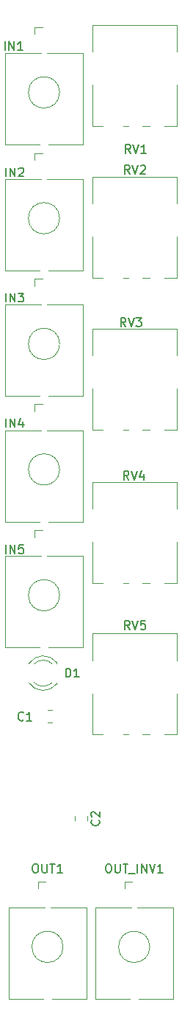
<source format=gbr>
%TF.GenerationSoftware,KiCad,Pcbnew,6.0.11+dfsg-1~bpo11+1*%
%TF.CreationDate,2023-11-22T17:04:06+08:00*%
%TF.ProjectId,MiniAttenuMix - Main,4d696e69-4174-4746-956e-754d6978202d,v0.2*%
%TF.SameCoordinates,Original*%
%TF.FileFunction,Legend,Top*%
%TF.FilePolarity,Positive*%
%FSLAX46Y46*%
G04 Gerber Fmt 4.6, Leading zero omitted, Abs format (unit mm)*
G04 Created by KiCad (PCBNEW 6.0.11+dfsg-1~bpo11+1) date 2023-11-22 17:04:06*
%MOMM*%
%LPD*%
G01*
G04 APERTURE LIST*
%ADD10C,0.150000*%
%ADD11C,0.120000*%
G04 APERTURE END LIST*
D10*
%TO.C,RV4*%
X154379761Y-90377380D02*
X154046428Y-89901190D01*
X153808333Y-90377380D02*
X153808333Y-89377380D01*
X154189285Y-89377380D01*
X154284523Y-89425000D01*
X154332142Y-89472619D01*
X154379761Y-89567857D01*
X154379761Y-89710714D01*
X154332142Y-89805952D01*
X154284523Y-89853571D01*
X154189285Y-89901190D01*
X153808333Y-89901190D01*
X154665476Y-89377380D02*
X154998809Y-90377380D01*
X155332142Y-89377380D01*
X156094047Y-89710714D02*
X156094047Y-90377380D01*
X155855952Y-89329761D02*
X155617857Y-90044047D01*
X156236904Y-90044047D01*
%TO.C,OUT_INV1*%
X151952380Y-134502380D02*
X152142857Y-134502380D01*
X152238095Y-134550000D01*
X152333333Y-134645238D01*
X152380952Y-134835714D01*
X152380952Y-135169047D01*
X152333333Y-135359523D01*
X152238095Y-135454761D01*
X152142857Y-135502380D01*
X151952380Y-135502380D01*
X151857142Y-135454761D01*
X151761904Y-135359523D01*
X151714285Y-135169047D01*
X151714285Y-134835714D01*
X151761904Y-134645238D01*
X151857142Y-134550000D01*
X151952380Y-134502380D01*
X152809523Y-134502380D02*
X152809523Y-135311904D01*
X152857142Y-135407142D01*
X152904761Y-135454761D01*
X153000000Y-135502380D01*
X153190476Y-135502380D01*
X153285714Y-135454761D01*
X153333333Y-135407142D01*
X153380952Y-135311904D01*
X153380952Y-134502380D01*
X153714285Y-134502380D02*
X154285714Y-134502380D01*
X154000000Y-135502380D02*
X154000000Y-134502380D01*
X154380952Y-135597619D02*
X155142857Y-135597619D01*
X155380952Y-135502380D02*
X155380952Y-134502380D01*
X155857142Y-135502380D02*
X155857142Y-134502380D01*
X156428571Y-135502380D01*
X156428571Y-134502380D01*
X156761904Y-134502380D02*
X157095238Y-135502380D01*
X157428571Y-134502380D01*
X158285714Y-135502380D02*
X157714285Y-135502380D01*
X158000000Y-135502380D02*
X158000000Y-134502380D01*
X157904761Y-134645238D01*
X157809523Y-134740476D01*
X157714285Y-134788095D01*
%TO.C,D1*%
X147111904Y-113052380D02*
X147111904Y-112052380D01*
X147350000Y-112052380D01*
X147492857Y-112100000D01*
X147588095Y-112195238D01*
X147635714Y-112290476D01*
X147683333Y-112480952D01*
X147683333Y-112623809D01*
X147635714Y-112814285D01*
X147588095Y-112909523D01*
X147492857Y-113004761D01*
X147350000Y-113052380D01*
X147111904Y-113052380D01*
X148635714Y-113052380D02*
X148064285Y-113052380D01*
X148350000Y-113052380D02*
X148350000Y-112052380D01*
X148254761Y-112195238D01*
X148159523Y-112290476D01*
X148064285Y-112338095D01*
%TO.C,IN2*%
X140200000Y-55552380D02*
X140200000Y-54552380D01*
X140676190Y-55552380D02*
X140676190Y-54552380D01*
X141247619Y-55552380D01*
X141247619Y-54552380D01*
X141676190Y-54647619D02*
X141723809Y-54600000D01*
X141819047Y-54552380D01*
X142057142Y-54552380D01*
X142152380Y-54600000D01*
X142200000Y-54647619D01*
X142247619Y-54742857D01*
X142247619Y-54838095D01*
X142200000Y-54980952D01*
X141628571Y-55552380D01*
X142247619Y-55552380D01*
%TO.C,C1*%
X142233333Y-117957142D02*
X142185714Y-118004761D01*
X142042857Y-118052380D01*
X141947619Y-118052380D01*
X141804761Y-118004761D01*
X141709523Y-117909523D01*
X141661904Y-117814285D01*
X141614285Y-117623809D01*
X141614285Y-117480952D01*
X141661904Y-117290476D01*
X141709523Y-117195238D01*
X141804761Y-117100000D01*
X141947619Y-117052380D01*
X142042857Y-117052380D01*
X142185714Y-117100000D01*
X142233333Y-117147619D01*
X143185714Y-118052380D02*
X142614285Y-118052380D01*
X142900000Y-118052380D02*
X142900000Y-117052380D01*
X142804761Y-117195238D01*
X142709523Y-117290476D01*
X142614285Y-117338095D01*
%TO.C,RV1*%
X154579761Y-52877380D02*
X154246428Y-52401190D01*
X154008333Y-52877380D02*
X154008333Y-51877380D01*
X154389285Y-51877380D01*
X154484523Y-51925000D01*
X154532142Y-51972619D01*
X154579761Y-52067857D01*
X154579761Y-52210714D01*
X154532142Y-52305952D01*
X154484523Y-52353571D01*
X154389285Y-52401190D01*
X154008333Y-52401190D01*
X154865476Y-51877380D02*
X155198809Y-52877380D01*
X155532142Y-51877380D01*
X156389285Y-52877380D02*
X155817857Y-52877380D01*
X156103571Y-52877380D02*
X156103571Y-51877380D01*
X156008333Y-52020238D01*
X155913095Y-52115476D01*
X155817857Y-52163095D01*
%TO.C,RV3*%
X154029761Y-72777380D02*
X153696428Y-72301190D01*
X153458333Y-72777380D02*
X153458333Y-71777380D01*
X153839285Y-71777380D01*
X153934523Y-71825000D01*
X153982142Y-71872619D01*
X154029761Y-71967857D01*
X154029761Y-72110714D01*
X153982142Y-72205952D01*
X153934523Y-72253571D01*
X153839285Y-72301190D01*
X153458333Y-72301190D01*
X154315476Y-71777380D02*
X154648809Y-72777380D01*
X154982142Y-71777380D01*
X155220238Y-71777380D02*
X155839285Y-71777380D01*
X155505952Y-72158333D01*
X155648809Y-72158333D01*
X155744047Y-72205952D01*
X155791666Y-72253571D01*
X155839285Y-72348809D01*
X155839285Y-72586904D01*
X155791666Y-72682142D01*
X155744047Y-72729761D01*
X155648809Y-72777380D01*
X155363095Y-72777380D01*
X155267857Y-72729761D01*
X155220238Y-72682142D01*
%TO.C,C2*%
X150937142Y-129466666D02*
X150984761Y-129514285D01*
X151032380Y-129657142D01*
X151032380Y-129752380D01*
X150984761Y-129895238D01*
X150889523Y-129990476D01*
X150794285Y-130038095D01*
X150603809Y-130085714D01*
X150460952Y-130085714D01*
X150270476Y-130038095D01*
X150175238Y-129990476D01*
X150080000Y-129895238D01*
X150032380Y-129752380D01*
X150032380Y-129657142D01*
X150080000Y-129514285D01*
X150127619Y-129466666D01*
X150127619Y-129085714D02*
X150080000Y-129038095D01*
X150032380Y-128942857D01*
X150032380Y-128704761D01*
X150080000Y-128609523D01*
X150127619Y-128561904D01*
X150222857Y-128514285D01*
X150318095Y-128514285D01*
X150460952Y-128561904D01*
X151032380Y-129133333D01*
X151032380Y-128514285D01*
%TO.C,RV2*%
X154504761Y-55277380D02*
X154171428Y-54801190D01*
X153933333Y-55277380D02*
X153933333Y-54277380D01*
X154314285Y-54277380D01*
X154409523Y-54325000D01*
X154457142Y-54372619D01*
X154504761Y-54467857D01*
X154504761Y-54610714D01*
X154457142Y-54705952D01*
X154409523Y-54753571D01*
X154314285Y-54801190D01*
X153933333Y-54801190D01*
X154790476Y-54277380D02*
X155123809Y-55277380D01*
X155457142Y-54277380D01*
X155742857Y-54372619D02*
X155790476Y-54325000D01*
X155885714Y-54277380D01*
X156123809Y-54277380D01*
X156219047Y-54325000D01*
X156266666Y-54372619D01*
X156314285Y-54467857D01*
X156314285Y-54563095D01*
X156266666Y-54705952D01*
X155695238Y-55277380D01*
X156314285Y-55277380D01*
%TO.C,OUT1*%
X143523809Y-134502380D02*
X143714285Y-134502380D01*
X143809523Y-134550000D01*
X143904761Y-134645238D01*
X143952380Y-134835714D01*
X143952380Y-135169047D01*
X143904761Y-135359523D01*
X143809523Y-135454761D01*
X143714285Y-135502380D01*
X143523809Y-135502380D01*
X143428571Y-135454761D01*
X143333333Y-135359523D01*
X143285714Y-135169047D01*
X143285714Y-134835714D01*
X143333333Y-134645238D01*
X143428571Y-134550000D01*
X143523809Y-134502380D01*
X144380952Y-134502380D02*
X144380952Y-135311904D01*
X144428571Y-135407142D01*
X144476190Y-135454761D01*
X144571428Y-135502380D01*
X144761904Y-135502380D01*
X144857142Y-135454761D01*
X144904761Y-135407142D01*
X144952380Y-135311904D01*
X144952380Y-134502380D01*
X145285714Y-134502380D02*
X145857142Y-134502380D01*
X145571428Y-135502380D02*
X145571428Y-134502380D01*
X146714285Y-135502380D02*
X146142857Y-135502380D01*
X146428571Y-135502380D02*
X146428571Y-134502380D01*
X146333333Y-134645238D01*
X146238095Y-134740476D01*
X146142857Y-134788095D01*
%TO.C,IN3*%
X140200000Y-69952380D02*
X140200000Y-68952380D01*
X140676190Y-69952380D02*
X140676190Y-68952380D01*
X141247619Y-69952380D01*
X141247619Y-68952380D01*
X141628571Y-68952380D02*
X142247619Y-68952380D01*
X141914285Y-69333333D01*
X142057142Y-69333333D01*
X142152380Y-69380952D01*
X142200000Y-69428571D01*
X142247619Y-69523809D01*
X142247619Y-69761904D01*
X142200000Y-69857142D01*
X142152380Y-69904761D01*
X142057142Y-69952380D01*
X141771428Y-69952380D01*
X141676190Y-69904761D01*
X141628571Y-69857142D01*
%TO.C,IN4*%
X140200000Y-84352380D02*
X140200000Y-83352380D01*
X140676190Y-84352380D02*
X140676190Y-83352380D01*
X141247619Y-84352380D01*
X141247619Y-83352380D01*
X142152380Y-83685714D02*
X142152380Y-84352380D01*
X141914285Y-83304761D02*
X141676190Y-84019047D01*
X142295238Y-84019047D01*
%TO.C,IN1*%
X140100000Y-41052380D02*
X140100000Y-40052380D01*
X140576190Y-41052380D02*
X140576190Y-40052380D01*
X141147619Y-41052380D01*
X141147619Y-40052380D01*
X142147619Y-41052380D02*
X141576190Y-41052380D01*
X141861904Y-41052380D02*
X141861904Y-40052380D01*
X141766666Y-40195238D01*
X141671428Y-40290476D01*
X141576190Y-40338095D01*
%TO.C,RV5*%
X154504761Y-107577380D02*
X154171428Y-107101190D01*
X153933333Y-107577380D02*
X153933333Y-106577380D01*
X154314285Y-106577380D01*
X154409523Y-106625000D01*
X154457142Y-106672619D01*
X154504761Y-106767857D01*
X154504761Y-106910714D01*
X154457142Y-107005952D01*
X154409523Y-107053571D01*
X154314285Y-107101190D01*
X153933333Y-107101190D01*
X154790476Y-106577380D02*
X155123809Y-107577380D01*
X155457142Y-106577380D01*
X156266666Y-106577380D02*
X155790476Y-106577380D01*
X155742857Y-107053571D01*
X155790476Y-107005952D01*
X155885714Y-106958333D01*
X156123809Y-106958333D01*
X156219047Y-107005952D01*
X156266666Y-107053571D01*
X156314285Y-107148809D01*
X156314285Y-107386904D01*
X156266666Y-107482142D01*
X156219047Y-107529761D01*
X156123809Y-107577380D01*
X155885714Y-107577380D01*
X155790476Y-107529761D01*
X155742857Y-107482142D01*
%TO.C,IN5*%
X140200000Y-98852380D02*
X140200000Y-97852380D01*
X140676190Y-98852380D02*
X140676190Y-97852380D01*
X141247619Y-98852380D01*
X141247619Y-97852380D01*
X142200000Y-97852380D02*
X141723809Y-97852380D01*
X141676190Y-98328571D01*
X141723809Y-98280952D01*
X141819047Y-98233333D01*
X142057142Y-98233333D01*
X142152380Y-98280952D01*
X142200000Y-98328571D01*
X142247619Y-98423809D01*
X142247619Y-98661904D01*
X142200000Y-98757142D01*
X142152380Y-98804761D01*
X142057142Y-98852380D01*
X141819047Y-98852380D01*
X141723809Y-98804761D01*
X141676190Y-98757142D01*
D11*
%TO.C,RV4*%
X154310000Y-102245000D02*
X153780000Y-102245000D01*
X159970000Y-93715000D02*
X159970000Y-90655000D01*
X156760000Y-102245000D02*
X155930000Y-102245000D01*
X159970000Y-102245000D02*
X158480000Y-102245000D01*
X150230000Y-93715000D02*
X150230000Y-90655000D01*
X159970000Y-90655000D02*
X150230000Y-90655000D01*
X150220000Y-102245000D02*
X150220000Y-97525000D01*
X151410000Y-102245000D02*
X150230000Y-102245000D01*
X159970000Y-102245000D02*
X159970000Y-97525000D01*
%TO.C,OUT_INV1*%
X153940000Y-136550000D02*
X154800000Y-136550000D01*
X153940000Y-136550000D02*
X153940000Y-137350000D01*
X150500000Y-139530000D02*
X150500000Y-150030000D01*
X154650000Y-139530000D02*
X150500000Y-139530000D01*
X154500000Y-150030000D02*
X150500000Y-150030000D01*
X159500000Y-150030000D02*
X155500000Y-150030000D01*
X159500000Y-139530000D02*
X159500000Y-150030000D01*
X159500000Y-139530000D02*
X155350000Y-139530000D01*
X156800000Y-144030000D02*
G75*
G03*
X156800000Y-144030000I-1800000J0D01*
G01*
%TO.C,D1*%
X146065000Y-111520000D02*
X146065000Y-111364000D01*
X146065000Y-113836000D02*
X146065000Y-113680000D01*
X143463870Y-113679837D02*
G75*
G03*
X145545961Y-113680000I1041130J1079837D01*
G01*
X146065000Y-111364484D02*
G75*
G03*
X142832665Y-111521392I-1560000J-1235516D01*
G01*
X142832665Y-113678608D02*
G75*
G03*
X146065000Y-113835516I1672335J1078608D01*
G01*
X145545961Y-111520000D02*
G75*
G03*
X143463870Y-111520163I-1040961J-1080000D01*
G01*
%TO.C,IN2*%
X143540000Y-52870000D02*
X143540000Y-53670000D01*
X144100000Y-66350000D02*
X140100000Y-66350000D01*
X143540000Y-52870000D02*
X144400000Y-52870000D01*
X140100000Y-55850000D02*
X140100000Y-66350000D01*
X149100000Y-66350000D02*
X145100000Y-66350000D01*
X144250000Y-55850000D02*
X140100000Y-55850000D01*
X149100000Y-55850000D02*
X144950000Y-55850000D01*
X149100000Y-55850000D02*
X149100000Y-66350000D01*
X146400000Y-60350000D02*
G75*
G03*
X146400000Y-60350000I-1800000J0D01*
G01*
%TO.C,C1*%
X145511252Y-118285000D02*
X144988748Y-118285000D01*
X145511252Y-116815000D02*
X144988748Y-116815000D01*
%TO.C,RV1*%
X159970000Y-49745000D02*
X158480000Y-49745000D01*
X159970000Y-49745000D02*
X159970000Y-45025000D01*
X156760000Y-49745000D02*
X155930000Y-49745000D01*
X159970000Y-41215000D02*
X159970000Y-38155000D01*
X151410000Y-49745000D02*
X150230000Y-49745000D01*
X154310000Y-49745000D02*
X153780000Y-49745000D01*
X159970000Y-38155000D02*
X150230000Y-38155000D01*
X150230000Y-41215000D02*
X150230000Y-38155000D01*
X150220000Y-49745000D02*
X150220000Y-45025000D01*
%TO.C,RV3*%
X150230000Y-76115000D02*
X150230000Y-73055000D01*
X159970000Y-73055000D02*
X150230000Y-73055000D01*
X154310000Y-84645000D02*
X153780000Y-84645000D01*
X156760000Y-84645000D02*
X155930000Y-84645000D01*
X150220000Y-84645000D02*
X150220000Y-79925000D01*
X159970000Y-84645000D02*
X159970000Y-79925000D01*
X151410000Y-84645000D02*
X150230000Y-84645000D01*
X159970000Y-84645000D02*
X158480000Y-84645000D01*
X159970000Y-76115000D02*
X159970000Y-73055000D01*
%TO.C,C2*%
X148165000Y-129038748D02*
X148165000Y-129561252D01*
X149635000Y-129038748D02*
X149635000Y-129561252D01*
%TO.C,RV2*%
X159970000Y-58662800D02*
X159970000Y-55602800D01*
X159970000Y-55602800D02*
X150230000Y-55602800D01*
X159970000Y-67192800D02*
X159970000Y-62472800D01*
X150220000Y-67192800D02*
X150220000Y-62472800D01*
X151410000Y-67192800D02*
X150230000Y-67192800D01*
X159970000Y-67192800D02*
X158480000Y-67192800D01*
X154310000Y-67192800D02*
X153780000Y-67192800D01*
X150230000Y-58662800D02*
X150230000Y-55602800D01*
X156760000Y-67192800D02*
X155930000Y-67192800D01*
%TO.C,OUT1*%
X143940000Y-136550000D02*
X144800000Y-136550000D01*
X144500000Y-150030000D02*
X140500000Y-150030000D01*
X149500000Y-150030000D02*
X145500000Y-150030000D01*
X149500000Y-139530000D02*
X149500000Y-150030000D01*
X149500000Y-139530000D02*
X145350000Y-139530000D01*
X143940000Y-136550000D02*
X143940000Y-137350000D01*
X144650000Y-139530000D02*
X140500000Y-139530000D01*
X140500000Y-139530000D02*
X140500000Y-150030000D01*
X146800000Y-144030000D02*
G75*
G03*
X146800000Y-144030000I-1800000J0D01*
G01*
%TO.C,IN3*%
X143540000Y-67300000D02*
X143540000Y-68100000D01*
X140100000Y-70280000D02*
X140100000Y-80780000D01*
X149100000Y-70280000D02*
X144950000Y-70280000D01*
X144250000Y-70280000D02*
X140100000Y-70280000D01*
X149100000Y-70280000D02*
X149100000Y-80780000D01*
X144100000Y-80780000D02*
X140100000Y-80780000D01*
X149100000Y-80780000D02*
X145100000Y-80780000D01*
X143540000Y-67300000D02*
X144400000Y-67300000D01*
X146400000Y-74780000D02*
G75*
G03*
X146400000Y-74780000I-1800000J0D01*
G01*
%TO.C,IN4*%
X140100000Y-84700000D02*
X140100000Y-95200000D01*
X143540000Y-81720000D02*
X144400000Y-81720000D01*
X149100000Y-95200000D02*
X145100000Y-95200000D01*
X144100000Y-95200000D02*
X140100000Y-95200000D01*
X149100000Y-84700000D02*
X149100000Y-95200000D01*
X149100000Y-84700000D02*
X144950000Y-84700000D01*
X144250000Y-84700000D02*
X140100000Y-84700000D01*
X143540000Y-81720000D02*
X143540000Y-82520000D01*
X146400000Y-89200000D02*
G75*
G03*
X146400000Y-89200000I-1800000J0D01*
G01*
%TO.C,IN1*%
X140100000Y-41400000D02*
X140100000Y-51900000D01*
X143540000Y-38420000D02*
X143540000Y-39220000D01*
X149100000Y-51900000D02*
X145100000Y-51900000D01*
X149100000Y-41400000D02*
X149100000Y-51900000D01*
X143540000Y-38420000D02*
X144400000Y-38420000D01*
X144100000Y-51900000D02*
X140100000Y-51900000D01*
X149100000Y-41400000D02*
X144950000Y-41400000D01*
X144250000Y-41400000D02*
X140100000Y-41400000D01*
X146400000Y-45900000D02*
G75*
G03*
X146400000Y-45900000I-1800000J0D01*
G01*
%TO.C,RV5*%
X150230000Y-111115000D02*
X150230000Y-108055000D01*
X154310000Y-119645000D02*
X153780000Y-119645000D01*
X159970000Y-119645000D02*
X158480000Y-119645000D01*
X159970000Y-111115000D02*
X159970000Y-108055000D01*
X151410000Y-119645000D02*
X150230000Y-119645000D01*
X150220000Y-119645000D02*
X150220000Y-114925000D01*
X159970000Y-119645000D02*
X159970000Y-114925000D01*
X156760000Y-119645000D02*
X155930000Y-119645000D01*
X159970000Y-108055000D02*
X150230000Y-108055000D01*
%TO.C,IN5*%
X149100000Y-99150000D02*
X144950000Y-99150000D01*
X144100000Y-109650000D02*
X140100000Y-109650000D01*
X143540000Y-96170000D02*
X144400000Y-96170000D01*
X144250000Y-99150000D02*
X140100000Y-99150000D01*
X149100000Y-109650000D02*
X145100000Y-109650000D01*
X143540000Y-96170000D02*
X143540000Y-96970000D01*
X140100000Y-99150000D02*
X140100000Y-109650000D01*
X149100000Y-99150000D02*
X149100000Y-109650000D01*
X146400000Y-103650000D02*
G75*
G03*
X146400000Y-103650000I-1800000J0D01*
G01*
%TD*%
M02*

</source>
